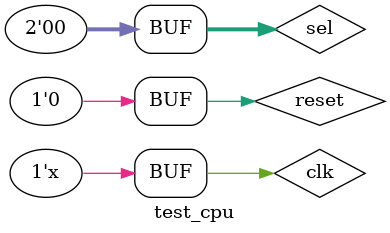
<source format=v>

module test_cpu();
	
	reg reset;
	reg clk;
	reg [1:0] sel;
	wire [7:0] reg_low;
	CPU cpu1(reset, clk, sel, reg_low);
	
	initial begin
		reset = 1;
		clk = 1;
		sel = 2'b0;
		#100 reset = 0;
	end
	
	always #50 clk = ~clk;
		
endmodule

</source>
